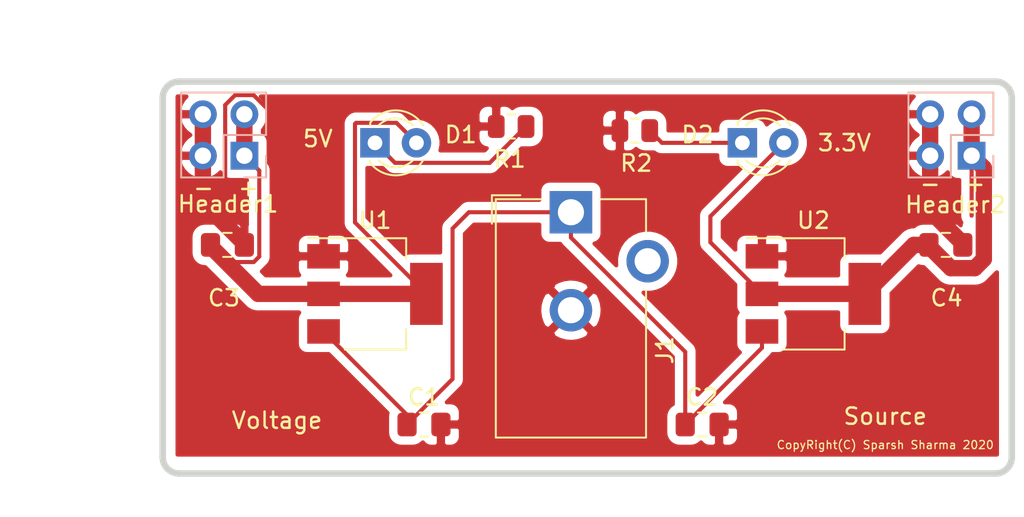
<source format=kicad_pcb>
(kicad_pcb (version 20171130) (host pcbnew "(5.1.8)-1")

  (general
    (thickness 1.6)
    (drawings 20)
    (tracks 60)
    (zones 0)
    (modules 13)
    (nets 7)
  )

  (page A4)
  (layers
    (0 F.Cu signal)
    (31 B.Cu signal)
    (32 B.Adhes user)
    (33 F.Adhes user)
    (34 B.Paste user)
    (35 F.Paste user)
    (36 B.SilkS user)
    (37 F.SilkS user)
    (38 B.Mask user)
    (39 F.Mask user)
    (40 Dwgs.User user)
    (41 Cmts.User user)
    (42 Eco1.User user)
    (43 Eco2.User user)
    (44 Edge.Cuts user)
    (45 Margin user)
    (46 B.CrtYd user)
    (47 F.CrtYd user)
    (48 B.Fab user)
    (49 F.Fab user)
  )

  (setup
    (last_trace_width 0.3)
    (trace_clearance 0.2)
    (zone_clearance 0.508)
    (zone_45_only no)
    (trace_min 0.2)
    (via_size 0.8)
    (via_drill 0.4)
    (via_min_size 0.4)
    (via_min_drill 0.3)
    (blind_buried_vias_allowed yes)
    (uvia_size 0.3)
    (uvia_drill 0.1)
    (uvias_allowed yes)
    (uvia_min_size 0.2)
    (uvia_min_drill 0.1)
    (edge_width 0.05)
    (segment_width 0.1524)
    (pcb_text_width 0.3)
    (pcb_text_size 1.5 1.5)
    (mod_edge_width 0.12)
    (mod_text_size 1 1)
    (mod_text_width 0.15)
    (pad_size 1.524 1.524)
    (pad_drill 0.762)
    (pad_to_mask_clearance 0.1)
    (solder_mask_min_width 0.3)
    (aux_axis_origin 0 0)
    (visible_elements 7FFFFFFF)
    (pcbplotparams
      (layerselection 0x010fc_ffffffff)
      (usegerberextensions false)
      (usegerberattributes true)
      (usegerberadvancedattributes true)
      (creategerberjobfile true)
      (excludeedgelayer true)
      (linewidth 0.100000)
      (plotframeref false)
      (viasonmask false)
      (mode 1)
      (useauxorigin false)
      (hpglpennumber 1)
      (hpglpenspeed 20)
      (hpglpendiameter 15.000000)
      (psnegative false)
      (psa4output false)
      (plotreference true)
      (plotvalue true)
      (plotinvisibletext false)
      (padsonsilk false)
      (subtractmaskfromsilk false)
      (outputformat 1)
      (mirror false)
      (drillshape 1)
      (scaleselection 1)
      (outputdirectory ""))
  )

  (net 0 "")
  (net 1 GND)
  (net 2 "Net-(C1-Pad1)")
  (net 3 "Net-(C3-Pad1)")
  (net 4 "Net-(C4-Pad1)")
  (net 5 "Net-(D1-Pad1)")
  (net 6 "Net-(D2-Pad1)")

  (net_class Default "This is the default net class."
    (clearance 0.2)
    (trace_width 0.3)
    (via_dia 0.8)
    (via_drill 0.4)
    (uvia_dia 0.3)
    (uvia_drill 0.1)
    (add_net GND)
    (add_net "Net-(C1-Pad1)")
    (add_net "Net-(C3-Pad1)")
    (add_net "Net-(C4-Pad1)")
    (add_net "Net-(D1-Pad1)")
    (add_net "Net-(D2-Pad1)")
  )

  (module Package_TO_SOT_SMD:SOT-223-3_TabPin2 (layer F.Cu) (tedit 5A02FF57) (tstamp 5FB3FAAA)
    (at 164.85 76)
    (descr "module CMS SOT223 4 pins")
    (tags "CMS SOT")
    (path /5FB49A49)
    (attr smd)
    (fp_text reference U2 (at 0 -4.5) (layer F.SilkS)
      (effects (font (size 1 1) (thickness 0.15)))
    )
    (fp_text value 3.3V (at 0 4.5) (layer F.Fab)
      (effects (font (size 1 1) (thickness 0.15)))
    )
    (fp_line (start 1.85 -3.35) (end 1.85 3.35) (layer F.Fab) (width 0.1))
    (fp_line (start -1.85 3.35) (end 1.85 3.35) (layer F.Fab) (width 0.1))
    (fp_line (start -4.1 -3.41) (end 1.91 -3.41) (layer F.SilkS) (width 0.12))
    (fp_line (start -0.85 -3.35) (end 1.85 -3.35) (layer F.Fab) (width 0.1))
    (fp_line (start -1.85 3.41) (end 1.91 3.41) (layer F.SilkS) (width 0.12))
    (fp_line (start -1.85 -2.35) (end -1.85 3.35) (layer F.Fab) (width 0.1))
    (fp_line (start -1.85 -2.35) (end -0.85 -3.35) (layer F.Fab) (width 0.1))
    (fp_line (start -4.4 -3.6) (end -4.4 3.6) (layer F.CrtYd) (width 0.05))
    (fp_line (start -4.4 3.6) (end 4.4 3.6) (layer F.CrtYd) (width 0.05))
    (fp_line (start 4.4 3.6) (end 4.4 -3.6) (layer F.CrtYd) (width 0.05))
    (fp_line (start 4.4 -3.6) (end -4.4 -3.6) (layer F.CrtYd) (width 0.05))
    (fp_line (start 1.91 -3.41) (end 1.91 -2.15) (layer F.SilkS) (width 0.12))
    (fp_line (start 1.91 3.41) (end 1.91 2.15) (layer F.SilkS) (width 0.12))
    (fp_text user %R (at 0.13 -0.02 90) (layer F.Fab)
      (effects (font (size 0.8 0.8) (thickness 0.12)))
    )
    (pad 1 smd rect (at -3.15 -2.3) (size 2 1.5) (layers F.Cu F.Paste F.Mask)
      (net 1 GND))
    (pad 3 smd rect (at -3.15 2.3) (size 2 1.5) (layers F.Cu F.Paste F.Mask)
      (net 2 "Net-(C1-Pad1)"))
    (pad 2 smd rect (at -3.15 0) (size 2 1.5) (layers F.Cu F.Paste F.Mask)
      (net 4 "Net-(C4-Pad1)"))
    (pad 2 smd rect (at 3.15 0) (size 2 3.8) (layers F.Cu F.Paste F.Mask)
      (net 4 "Net-(C4-Pad1)"))
    (model ${KISYS3DMOD}/Package_TO_SOT_SMD.3dshapes/SOT-223.wrl
      (at (xyz 0 0 0))
      (scale (xyz 1 1 1))
      (rotate (xyz 0 0 0))
    )
  )

  (module Package_TO_SOT_SMD:SOT-223-3_TabPin2 (layer F.Cu) (tedit 5A02FF57) (tstamp 5FB40A6A)
    (at 138 76)
    (descr "module CMS SOT223 4 pins")
    (tags "CMS SOT")
    (path /5FB475C8)
    (attr smd)
    (fp_text reference U1 (at 0 -4.5) (layer F.SilkS)
      (effects (font (size 1 1) (thickness 0.15)))
    )
    (fp_text value 5V (at 0 4.5) (layer F.Fab)
      (effects (font (size 1 1) (thickness 0.15)))
    )
    (fp_line (start 1.85 -3.35) (end 1.85 3.35) (layer F.Fab) (width 0.1))
    (fp_line (start -1.85 3.35) (end 1.85 3.35) (layer F.Fab) (width 0.1))
    (fp_line (start -4.1 -3.41) (end 1.91 -3.41) (layer F.SilkS) (width 0.12))
    (fp_line (start -0.85 -3.35) (end 1.85 -3.35) (layer F.Fab) (width 0.1))
    (fp_line (start -1.85 3.41) (end 1.91 3.41) (layer F.SilkS) (width 0.12))
    (fp_line (start -1.85 -2.35) (end -1.85 3.35) (layer F.Fab) (width 0.1))
    (fp_line (start -1.85 -2.35) (end -0.85 -3.35) (layer F.Fab) (width 0.1))
    (fp_line (start -4.4 -3.6) (end -4.4 3.6) (layer F.CrtYd) (width 0.05))
    (fp_line (start -4.4 3.6) (end 4.4 3.6) (layer F.CrtYd) (width 0.05))
    (fp_line (start 4.4 3.6) (end 4.4 -3.6) (layer F.CrtYd) (width 0.05))
    (fp_line (start 4.4 -3.6) (end -4.4 -3.6) (layer F.CrtYd) (width 0.05))
    (fp_line (start 1.91 -3.41) (end 1.91 -2.15) (layer F.SilkS) (width 0.12))
    (fp_line (start 1.91 3.41) (end 1.91 2.15) (layer F.SilkS) (width 0.12))
    (fp_text user %R (at 0 0.2 90) (layer F.Fab)
      (effects (font (size 0.8 0.8) (thickness 0.12)))
    )
    (pad 1 smd rect (at -3.15 -2.3) (size 2 1.5) (layers F.Cu F.Paste F.Mask)
      (net 1 GND))
    (pad 3 smd rect (at -3.15 2.3) (size 2 1.5) (layers F.Cu F.Paste F.Mask)
      (net 2 "Net-(C1-Pad1)"))
    (pad 2 smd rect (at -3.15 0) (size 2 1.5) (layers F.Cu F.Paste F.Mask)
      (net 3 "Net-(C3-Pad1)"))
    (pad 2 smd rect (at 3.15 0) (size 2 3.8) (layers F.Cu F.Paste F.Mask)
      (net 3 "Net-(C3-Pad1)"))
    (model ${KISYS3DMOD}/Package_TO_SOT_SMD.3dshapes/SOT-223.wrl
      (at (xyz 0 0 0))
      (scale (xyz 1 1 1))
      (rotate (xyz 0 0 0))
    )
  )

  (module Resistor_SMD:R_0805_2012Metric (layer F.Cu) (tedit 5F68FEEE) (tstamp 5FB3FA7E)
    (at 153.9125 66)
    (descr "Resistor SMD 0805 (2012 Metric), square (rectangular) end terminal, IPC_7351 nominal, (Body size source: IPC-SM-782 page 72, https://www.pcb-3d.com/wordpress/wp-content/uploads/ipc-sm-782a_amendment_1_and_2.pdf), generated with kicad-footprint-generator")
    (tags resistor)
    (path /5FB92DFA)
    (attr smd)
    (fp_text reference R2 (at 0.0875 2) (layer F.SilkS)
      (effects (font (size 1 1) (thickness 0.15)))
    )
    (fp_text value 1K (at 0 1.65) (layer F.Fab)
      (effects (font (size 1 1) (thickness 0.15)))
    )
    (fp_line (start 1.68 0.95) (end -1.68 0.95) (layer F.CrtYd) (width 0.05))
    (fp_line (start 1.68 -0.95) (end 1.68 0.95) (layer F.CrtYd) (width 0.05))
    (fp_line (start -1.68 -0.95) (end 1.68 -0.95) (layer F.CrtYd) (width 0.05))
    (fp_line (start -1.68 0.95) (end -1.68 -0.95) (layer F.CrtYd) (width 0.05))
    (fp_line (start -0.227064 0.735) (end 0.227064 0.735) (layer F.SilkS) (width 0.12))
    (fp_line (start -0.227064 -0.735) (end 0.227064 -0.735) (layer F.SilkS) (width 0.12))
    (fp_line (start 1 0.625) (end -1 0.625) (layer F.Fab) (width 0.1))
    (fp_line (start 1 -0.625) (end 1 0.625) (layer F.Fab) (width 0.1))
    (fp_line (start -1 -0.625) (end 1 -0.625) (layer F.Fab) (width 0.1))
    (fp_line (start -1 0.625) (end -1 -0.625) (layer F.Fab) (width 0.1))
    (fp_text user %R (at 0 0) (layer F.Fab)
      (effects (font (size 0.5 0.5) (thickness 0.08)))
    )
    (pad 2 smd roundrect (at 0.9125 0) (size 1.025 1.4) (layers F.Cu F.Paste F.Mask) (roundrect_rratio 0.243902)
      (net 6 "Net-(D2-Pad1)"))
    (pad 1 smd roundrect (at -0.9125 0) (size 1.025 1.4) (layers F.Cu F.Paste F.Mask) (roundrect_rratio 0.243902)
      (net 1 GND))
    (model ${KISYS3DMOD}/Resistor_SMD.3dshapes/R_0805_2012Metric.wrl
      (at (xyz 0 0 0))
      (scale (xyz 1 1 1))
      (rotate (xyz 0 0 0))
    )
  )

  (module Resistor_SMD:R_0805_2012Metric (layer F.Cu) (tedit 5F68FEEE) (tstamp 5FB3FA6D)
    (at 146.3375 65.75)
    (descr "Resistor SMD 0805 (2012 Metric), square (rectangular) end terminal, IPC_7351 nominal, (Body size source: IPC-SM-782 page 72, https://www.pcb-3d.com/wordpress/wp-content/uploads/ipc-sm-782a_amendment_1_and_2.pdf), generated with kicad-footprint-generator")
    (tags resistor)
    (path /5FB8B442)
    (attr smd)
    (fp_text reference R1 (at -0.0875 2) (layer F.SilkS)
      (effects (font (size 1 1) (thickness 0.15)))
    )
    (fp_text value 1K (at 0 1.65) (layer F.Fab)
      (effects (font (size 1 1) (thickness 0.15)))
    )
    (fp_line (start 1.68 0.95) (end -1.68 0.95) (layer F.CrtYd) (width 0.05))
    (fp_line (start 1.68 -0.95) (end 1.68 0.95) (layer F.CrtYd) (width 0.05))
    (fp_line (start -1.68 -0.95) (end 1.68 -0.95) (layer F.CrtYd) (width 0.05))
    (fp_line (start -1.68 0.95) (end -1.68 -0.95) (layer F.CrtYd) (width 0.05))
    (fp_line (start -0.227064 0.735) (end 0.227064 0.735) (layer F.SilkS) (width 0.12))
    (fp_line (start -0.227064 -0.735) (end 0.227064 -0.735) (layer F.SilkS) (width 0.12))
    (fp_line (start 1 0.625) (end -1 0.625) (layer F.Fab) (width 0.1))
    (fp_line (start 1 -0.625) (end 1 0.625) (layer F.Fab) (width 0.1))
    (fp_line (start -1 -0.625) (end 1 -0.625) (layer F.Fab) (width 0.1))
    (fp_line (start -1 0.625) (end -1 -0.625) (layer F.Fab) (width 0.1))
    (fp_text user %R (at 0 0) (layer F.Fab)
      (effects (font (size 0.5 0.5) (thickness 0.08)))
    )
    (pad 2 smd roundrect (at 0.9125 0) (size 1.025 1.4) (layers F.Cu F.Paste F.Mask) (roundrect_rratio 0.243902)
      (net 5 "Net-(D1-Pad1)"))
    (pad 1 smd roundrect (at -0.9125 0) (size 1.025 1.4) (layers F.Cu F.Paste F.Mask) (roundrect_rratio 0.243902)
      (net 1 GND))
    (model ${KISYS3DMOD}/Resistor_SMD.3dshapes/R_0805_2012Metric.wrl
      (at (xyz 0 0 0))
      (scale (xyz 1 1 1))
      (rotate (xyz 0 0 0))
    )
  )

  (module Connector_BarrelJack:BarrelJack_CUI_PJ-102AH_Horizontal (layer F.Cu) (tedit 5A1DBF38) (tstamp 5FB3FA5C)
    (at 150 71)
    (descr "Thin-pin DC Barrel Jack, https://cdn-shop.adafruit.com/datasheets/21mmdcjackDatasheet.pdf")
    (tags "Power Jack")
    (path /5FB46792)
    (fp_text reference J1 (at 5.75 8.45 90) (layer F.SilkS)
      (effects (font (size 1 1) (thickness 0.15)))
    )
    (fp_text value Barrel_Jack (at -5.5 6.2 90) (layer F.Fab)
      (effects (font (size 1 1) (thickness 0.15)))
    )
    (fp_line (start -4.5 10.2) (end 4.5 10.2) (layer F.Fab) (width 0.1))
    (fp_line (start -3.5 -0.7) (end 4.5 -0.7) (layer F.Fab) (width 0.1))
    (fp_line (start -4.5 0.3) (end -3.5 -0.7) (layer F.Fab) (width 0.1))
    (fp_line (start -4.5 13.7) (end -4.5 0.3) (layer F.Fab) (width 0.1))
    (fp_line (start 4.5 13.7) (end -4.5 13.7) (layer F.Fab) (width 0.1))
    (fp_line (start 4.5 -0.7) (end 4.5 13.7) (layer F.Fab) (width 0.1))
    (fp_line (start -4.84 -1.04) (end -3.1 -1.04) (layer F.SilkS) (width 0.12))
    (fp_line (start -4.84 0.7) (end -4.84 -1.04) (layer F.SilkS) (width 0.12))
    (fp_line (start 4.6 -0.8) (end 4.6 1.2) (layer F.SilkS) (width 0.12))
    (fp_line (start 1.8 -0.8) (end 4.6 -0.8) (layer F.SilkS) (width 0.12))
    (fp_line (start -4.6 -0.8) (end -1.8 -0.8) (layer F.SilkS) (width 0.12))
    (fp_line (start -4.6 13.8) (end -4.6 -0.8) (layer F.SilkS) (width 0.12))
    (fp_line (start 4.6 13.8) (end -4.6 13.8) (layer F.SilkS) (width 0.12))
    (fp_line (start 4.6 4.8) (end 4.6 13.8) (layer F.SilkS) (width 0.12))
    (fp_line (start -1.8 -1.8) (end 1.8 -1.8) (layer F.CrtYd) (width 0.05))
    (fp_line (start -1.8 -1.2) (end -1.8 -1.8) (layer F.CrtYd) (width 0.05))
    (fp_line (start -5 -1.2) (end -1.8 -1.2) (layer F.CrtYd) (width 0.05))
    (fp_line (start -5 14.2) (end -5 -1.2) (layer F.CrtYd) (width 0.05))
    (fp_line (start 5 14.2) (end -5 14.2) (layer F.CrtYd) (width 0.05))
    (fp_line (start 5 4.8) (end 5 14.2) (layer F.CrtYd) (width 0.05))
    (fp_line (start 6.5 4.8) (end 5 4.8) (layer F.CrtYd) (width 0.05))
    (fp_line (start 6.5 1.2) (end 6.5 4.8) (layer F.CrtYd) (width 0.05))
    (fp_line (start 5 1.2) (end 6.5 1.2) (layer F.CrtYd) (width 0.05))
    (fp_line (start 5 -1.2) (end 5 1.2) (layer F.CrtYd) (width 0.05))
    (fp_line (start 1.8 -1.2) (end 5 -1.2) (layer F.CrtYd) (width 0.05))
    (fp_line (start 1.8 -1.8) (end 1.8 -1.2) (layer F.CrtYd) (width 0.05))
    (fp_text user %R (at 0 6.5) (layer F.Fab)
      (effects (font (size 1 1) (thickness 0.15)))
    )
    (pad 3 thru_hole circle (at 4.7 3) (size 2.6 2.6) (drill 1.6) (layers *.Cu *.Mask))
    (pad 2 thru_hole circle (at 0 6) (size 2.6 2.6) (drill 1.6) (layers *.Cu *.Mask)
      (net 1 GND))
    (pad 1 thru_hole rect (at 0 0) (size 2.6 2.6) (drill 1.6) (layers *.Cu *.Mask)
      (net 2 "Net-(C1-Pad1)"))
    (model ${KISYS3DMOD}/Connector_BarrelJack.3dshapes/BarrelJack_CUI_PJ-102AH_Horizontal.wrl
      (at (xyz 0 0 0))
      (scale (xyz 1 1 1))
      (rotate (xyz 0 0 0))
    )
  )

  (module Connector_PinHeader_2.54mm:PinHeader_2x02_P2.54mm_Vertical (layer B.Cu) (tedit 59FED5CC) (tstamp 5FB3FA3A)
    (at 174.54 67.54 90)
    (descr "Through hole straight pin header, 2x02, 2.54mm pitch, double rows")
    (tags "Through hole pin header THT 2x02 2.54mm double row")
    (path /5FB7671D)
    (fp_text reference Header2 (at -3 -1) (layer F.SilkS)
      (effects (font (size 1 1) (thickness 0.15)))
    )
    (fp_text value Conn_02x02_Odd_Even (at -4.71 -5.04 90) (layer F.Fab)
      (effects (font (size 1 1) (thickness 0.15)))
    )
    (fp_line (start 4.35 1.8) (end -1.8 1.8) (layer B.CrtYd) (width 0.05))
    (fp_line (start 4.35 -4.35) (end 4.35 1.8) (layer B.CrtYd) (width 0.05))
    (fp_line (start -1.8 -4.35) (end 4.35 -4.35) (layer B.CrtYd) (width 0.05))
    (fp_line (start -1.8 1.8) (end -1.8 -4.35) (layer B.CrtYd) (width 0.05))
    (fp_line (start -1.33 1.33) (end 0 1.33) (layer B.SilkS) (width 0.12))
    (fp_line (start -1.33 0) (end -1.33 1.33) (layer B.SilkS) (width 0.12))
    (fp_line (start 1.27 1.33) (end 3.87 1.33) (layer B.SilkS) (width 0.12))
    (fp_line (start 1.27 -1.27) (end 1.27 1.33) (layer B.SilkS) (width 0.12))
    (fp_line (start -1.33 -1.27) (end 1.27 -1.27) (layer B.SilkS) (width 0.12))
    (fp_line (start 3.87 1.33) (end 3.87 -3.87) (layer B.SilkS) (width 0.12))
    (fp_line (start -1.33 -1.27) (end -1.33 -3.87) (layer B.SilkS) (width 0.12))
    (fp_line (start -1.33 -3.87) (end 3.87 -3.87) (layer B.SilkS) (width 0.12))
    (fp_line (start -1.27 0) (end 0 1.27) (layer B.Fab) (width 0.1))
    (fp_line (start -1.27 -3.81) (end -1.27 0) (layer B.Fab) (width 0.1))
    (fp_line (start 3.81 -3.81) (end -1.27 -3.81) (layer B.Fab) (width 0.1))
    (fp_line (start 3.81 1.27) (end 3.81 -3.81) (layer B.Fab) (width 0.1))
    (fp_line (start 0 1.27) (end 3.81 1.27) (layer B.Fab) (width 0.1))
    (pad 4 thru_hole oval (at 2.54 -2.54 90) (size 1.7 1.7) (drill 1) (layers *.Cu *.Mask)
      (net 1 GND))
    (pad 3 thru_hole oval (at 0 -2.54 90) (size 1.7 1.7) (drill 1) (layers *.Cu *.Mask)
      (net 1 GND))
    (pad 2 thru_hole oval (at 2.54 0 90) (size 1.7 1.7) (drill 1) (layers *.Cu *.Mask)
      (net 4 "Net-(C4-Pad1)"))
    (pad 1 thru_hole rect (at 0 0 90) (size 1.7 1.7) (drill 1) (layers *.Cu *.Mask)
      (net 4 "Net-(C4-Pad1)"))
    (model ${KISYS3DMOD}/Connector_PinHeader_2.54mm.3dshapes/PinHeader_2x02_P2.54mm_Vertical.wrl
      (at (xyz 0 0 0))
      (scale (xyz 1 1 1))
      (rotate (xyz 0 0 0))
    )
  )

  (module Connector_PinHeader_2.54mm:PinHeader_2x02_P2.54mm_Vertical (layer B.Cu) (tedit 59FED5CC) (tstamp 5FB406FF)
    (at 130 67.54 90)
    (descr "Through hole straight pin header, 2x02, 2.54mm pitch, double rows")
    (tags "Through hole pin header THT 2x02 2.54mm double row")
    (path /5FB7522C)
    (fp_text reference Header1 (at -2.96 -1) (layer F.SilkS)
      (effects (font (size 1 1) (thickness 0.15)))
    )
    (fp_text value Conn_02x02_Odd_Even (at -4.71 2.5 90) (layer F.Fab)
      (effects (font (size 1 1) (thickness 0.15)))
    )
    (fp_line (start 4.35 1.8) (end -1.8 1.8) (layer B.CrtYd) (width 0.05))
    (fp_line (start 4.35 -4.35) (end 4.35 1.8) (layer B.CrtYd) (width 0.05))
    (fp_line (start -1.8 -4.35) (end 4.35 -4.35) (layer B.CrtYd) (width 0.05))
    (fp_line (start -1.8 1.8) (end -1.8 -4.35) (layer B.CrtYd) (width 0.05))
    (fp_line (start -1.33 1.33) (end 0 1.33) (layer B.SilkS) (width 0.12))
    (fp_line (start -1.33 0) (end -1.33 1.33) (layer B.SilkS) (width 0.12))
    (fp_line (start 1.27 1.33) (end 3.87 1.33) (layer B.SilkS) (width 0.12))
    (fp_line (start 1.27 -1.27) (end 1.27 1.33) (layer B.SilkS) (width 0.12))
    (fp_line (start -1.33 -1.27) (end 1.27 -1.27) (layer B.SilkS) (width 0.12))
    (fp_line (start 3.87 1.33) (end 3.87 -3.87) (layer B.SilkS) (width 0.12))
    (fp_line (start -1.33 -1.27) (end -1.33 -3.87) (layer B.SilkS) (width 0.12))
    (fp_line (start -1.33 -3.87) (end 3.87 -3.87) (layer B.SilkS) (width 0.12))
    (fp_line (start -1.27 0) (end 0 1.27) (layer B.Fab) (width 0.1))
    (fp_line (start -1.27 -3.81) (end -1.27 0) (layer B.Fab) (width 0.1))
    (fp_line (start 3.81 -3.81) (end -1.27 -3.81) (layer B.Fab) (width 0.1))
    (fp_line (start 3.81 1.27) (end 3.81 -3.81) (layer B.Fab) (width 0.1))
    (fp_line (start 0 1.27) (end 3.81 1.27) (layer B.Fab) (width 0.1))
    (pad 4 thru_hole oval (at 2.54 -2.54 90) (size 1.7 1.7) (drill 1) (layers *.Cu *.Mask)
      (net 1 GND))
    (pad 3 thru_hole oval (at 0 -2.54 90) (size 1.7 1.7) (drill 1) (layers *.Cu *.Mask)
      (net 1 GND))
    (pad 2 thru_hole oval (at 2.54 0 90) (size 1.7 1.7) (drill 1) (layers *.Cu *.Mask)
      (net 3 "Net-(C3-Pad1)"))
    (pad 1 thru_hole rect (at 0 0 90) (size 1.7 1.7) (drill 1) (layers *.Cu *.Mask)
      (net 3 "Net-(C3-Pad1)"))
    (model ${KISYS3DMOD}/Connector_PinHeader_2.54mm.3dshapes/PinHeader_2x02_P2.54mm_Vertical.wrl
      (at (xyz 0 0 0))
      (scale (xyz 1 1 1))
      (rotate (xyz 0 0 0))
    )
  )

  (module LED_THT:LED_D3.0mm (layer F.Cu) (tedit 587A3A7B) (tstamp 5FB3FA06)
    (at 160.5 66.75)
    (descr "LED, diameter 3.0mm, 2 pins")
    (tags "LED diameter 3.0mm 2 pins")
    (path /5FB3B609)
    (fp_text reference D2 (at -2.75 -0.5) (layer F.SilkS)
      (effects (font (size 1 1) (thickness 0.15)))
    )
    (fp_text value LED (at 1.27 2.96) (layer F.Fab)
      (effects (font (size 1 1) (thickness 0.15)))
    )
    (fp_line (start 3.7 -2.25) (end -1.15 -2.25) (layer F.CrtYd) (width 0.05))
    (fp_line (start 3.7 2.25) (end 3.7 -2.25) (layer F.CrtYd) (width 0.05))
    (fp_line (start -1.15 2.25) (end 3.7 2.25) (layer F.CrtYd) (width 0.05))
    (fp_line (start -1.15 -2.25) (end -1.15 2.25) (layer F.CrtYd) (width 0.05))
    (fp_line (start -0.29 1.08) (end -0.29 1.236) (layer F.SilkS) (width 0.12))
    (fp_line (start -0.29 -1.236) (end -0.29 -1.08) (layer F.SilkS) (width 0.12))
    (fp_line (start -0.23 -1.16619) (end -0.23 1.16619) (layer F.Fab) (width 0.1))
    (fp_circle (center 1.27 0) (end 2.77 0) (layer F.Fab) (width 0.1))
    (fp_arc (start 1.27 0) (end 0.229039 1.08) (angle -87.9) (layer F.SilkS) (width 0.12))
    (fp_arc (start 1.27 0) (end 0.229039 -1.08) (angle 87.9) (layer F.SilkS) (width 0.12))
    (fp_arc (start 1.27 0) (end -0.29 1.235516) (angle -108.8) (layer F.SilkS) (width 0.12))
    (fp_arc (start 1.27 0) (end -0.29 -1.235516) (angle 108.8) (layer F.SilkS) (width 0.12))
    (fp_arc (start 1.27 0) (end -0.23 -1.16619) (angle 284.3) (layer F.Fab) (width 0.1))
    (pad 2 thru_hole circle (at 2.54 0) (size 1.8 1.8) (drill 0.9) (layers *.Cu *.Mask)
      (net 4 "Net-(C4-Pad1)"))
    (pad 1 thru_hole rect (at 0 0) (size 1.8 1.8) (drill 0.9) (layers *.Cu *.Mask)
      (net 6 "Net-(D2-Pad1)"))
    (model ${KISYS3DMOD}/LED_THT.3dshapes/LED_D3.0mm.wrl
      (at (xyz 0 0 0))
      (scale (xyz 1 1 1))
      (rotate (xyz 0 0 0))
    )
  )

  (module LED_THT:LED_D3.0mm (layer F.Cu) (tedit 587A3A7B) (tstamp 5FB3F9F3)
    (at 138 66.75)
    (descr "LED, diameter 3.0mm, 2 pins")
    (tags "LED diameter 3.0mm 2 pins")
    (path /5FB68A72)
    (fp_text reference D1 (at 5.25 -0.5) (layer F.SilkS)
      (effects (font (size 1 1) (thickness 0.15)))
    )
    (fp_text value LED (at 1.27 2.96) (layer F.Fab)
      (effects (font (size 1 1) (thickness 0.15)))
    )
    (fp_line (start 3.7 -2.25) (end -1.15 -2.25) (layer F.CrtYd) (width 0.05))
    (fp_line (start 3.7 2.25) (end 3.7 -2.25) (layer F.CrtYd) (width 0.05))
    (fp_line (start -1.15 2.25) (end 3.7 2.25) (layer F.CrtYd) (width 0.05))
    (fp_line (start -1.15 -2.25) (end -1.15 2.25) (layer F.CrtYd) (width 0.05))
    (fp_line (start -0.29 1.08) (end -0.29 1.236) (layer F.SilkS) (width 0.12))
    (fp_line (start -0.29 -1.236) (end -0.29 -1.08) (layer F.SilkS) (width 0.12))
    (fp_line (start -0.23 -1.16619) (end -0.23 1.16619) (layer F.Fab) (width 0.1))
    (fp_circle (center 1.27 0) (end 2.77 0) (layer F.Fab) (width 0.1))
    (fp_arc (start 1.27 0) (end 0.229039 1.08) (angle -87.9) (layer F.SilkS) (width 0.12))
    (fp_arc (start 1.27 0) (end 0.229039 -1.08) (angle 87.9) (layer F.SilkS) (width 0.12))
    (fp_arc (start 1.27 0) (end -0.29 1.235516) (angle -108.8) (layer F.SilkS) (width 0.12))
    (fp_arc (start 1.27 0) (end -0.29 -1.235516) (angle 108.8) (layer F.SilkS) (width 0.12))
    (fp_arc (start 1.27 0) (end -0.23 -1.16619) (angle 284.3) (layer F.Fab) (width 0.1))
    (pad 2 thru_hole circle (at 2.54 0) (size 1.8 1.8) (drill 0.9) (layers *.Cu *.Mask)
      (net 3 "Net-(C3-Pad1)"))
    (pad 1 thru_hole rect (at 0 0) (size 1.8 1.8) (drill 0.9) (layers *.Cu *.Mask)
      (net 5 "Net-(D1-Pad1)"))
    (model ${KISYS3DMOD}/LED_THT.3dshapes/LED_D3.0mm.wrl
      (at (xyz 0 0 0))
      (scale (xyz 1 1 1))
      (rotate (xyz 0 0 0))
    )
  )

  (module Capacitor_SMD:C_0805_2012Metric_Pad1.18x1.45mm_HandSolder (layer F.Cu) (tedit 5F68FEEF) (tstamp 5FB3F9E0)
    (at 172.9625 73)
    (descr "Capacitor SMD 0805 (2012 Metric), square (rectangular) end terminal, IPC_7351 nominal with elongated pad for handsoldering. (Body size source: IPC-SM-782 page 76, https://www.pcb-3d.com/wordpress/wp-content/uploads/ipc-sm-782a_amendment_1_and_2.pdf, https://docs.google.com/spreadsheets/d/1BsfQQcO9C6DZCsRaXUlFlo91Tg2WpOkGARC1WS5S8t0/edit?usp=sharing), generated with kicad-footprint-generator")
    (tags "capacitor handsolder")
    (path /5FB4C09A)
    (attr smd)
    (fp_text reference C4 (at 0.0375 3.25) (layer F.SilkS)
      (effects (font (size 1 1) (thickness 0.15)))
    )
    (fp_text value 22uF (at 0 1.68) (layer F.Fab)
      (effects (font (size 1 1) (thickness 0.15)))
    )
    (fp_line (start 1.88 0.98) (end -1.88 0.98) (layer F.CrtYd) (width 0.05))
    (fp_line (start 1.88 -0.98) (end 1.88 0.98) (layer F.CrtYd) (width 0.05))
    (fp_line (start -1.88 -0.98) (end 1.88 -0.98) (layer F.CrtYd) (width 0.05))
    (fp_line (start -1.88 0.98) (end -1.88 -0.98) (layer F.CrtYd) (width 0.05))
    (fp_line (start -0.261252 0.735) (end 0.261252 0.735) (layer F.SilkS) (width 0.12))
    (fp_line (start -0.261252 -0.735) (end 0.261252 -0.735) (layer F.SilkS) (width 0.12))
    (fp_line (start 1 0.625) (end -1 0.625) (layer F.Fab) (width 0.1))
    (fp_line (start 1 -0.625) (end 1 0.625) (layer F.Fab) (width 0.1))
    (fp_line (start -1 -0.625) (end 1 -0.625) (layer F.Fab) (width 0.1))
    (fp_line (start -1 0.625) (end -1 -0.625) (layer F.Fab) (width 0.1))
    (fp_text user %R (at 0 0) (layer F.Fab)
      (effects (font (size 0.5 0.5) (thickness 0.08)))
    )
    (pad 2 smd roundrect (at 1.0375 0) (size 1.175 1.45) (layers F.Cu F.Paste F.Mask) (roundrect_rratio 0.212766)
      (net 1 GND))
    (pad 1 smd roundrect (at -1.0375 0) (size 1.175 1.45) (layers F.Cu F.Paste F.Mask) (roundrect_rratio 0.212766)
      (net 4 "Net-(C4-Pad1)"))
    (model ${KISYS3DMOD}/Capacitor_SMD.3dshapes/C_0805_2012Metric.wrl
      (at (xyz 0 0 0))
      (scale (xyz 1 1 1))
      (rotate (xyz 0 0 0))
    )
  )

  (module Capacitor_SMD:C_0805_2012Metric_Pad1.18x1.45mm_HandSolder (layer F.Cu) (tedit 5F68FEEF) (tstamp 5FB405B0)
    (at 128.9625 73)
    (descr "Capacitor SMD 0805 (2012 Metric), square (rectangular) end terminal, IPC_7351 nominal with elongated pad for handsoldering. (Body size source: IPC-SM-782 page 76, https://www.pcb-3d.com/wordpress/wp-content/uploads/ipc-sm-782a_amendment_1_and_2.pdf, https://docs.google.com/spreadsheets/d/1BsfQQcO9C6DZCsRaXUlFlo91Tg2WpOkGARC1WS5S8t0/edit?usp=sharing), generated with kicad-footprint-generator")
    (tags "capacitor handsolder")
    (path /5FB4B8AB)
    (attr smd)
    (fp_text reference C3 (at -0.2125 3.25) (layer F.SilkS)
      (effects (font (size 1 1) (thickness 0.15)))
    )
    (fp_text value 22uF (at 0 1.68) (layer F.Fab)
      (effects (font (size 1 1) (thickness 0.15)))
    )
    (fp_line (start 1.88 0.98) (end -1.88 0.98) (layer F.CrtYd) (width 0.05))
    (fp_line (start 1.88 -0.98) (end 1.88 0.98) (layer F.CrtYd) (width 0.05))
    (fp_line (start -1.88 -0.98) (end 1.88 -0.98) (layer F.CrtYd) (width 0.05))
    (fp_line (start -1.88 0.98) (end -1.88 -0.98) (layer F.CrtYd) (width 0.05))
    (fp_line (start -0.261252 0.735) (end 0.261252 0.735) (layer F.SilkS) (width 0.12))
    (fp_line (start -0.261252 -0.735) (end 0.261252 -0.735) (layer F.SilkS) (width 0.12))
    (fp_line (start 1 0.625) (end -1 0.625) (layer F.Fab) (width 0.1))
    (fp_line (start 1 -0.625) (end 1 0.625) (layer F.Fab) (width 0.1))
    (fp_line (start -1 -0.625) (end 1 -0.625) (layer F.Fab) (width 0.1))
    (fp_line (start -1 0.625) (end -1 -0.625) (layer F.Fab) (width 0.1))
    (fp_text user %R (at 0 0) (layer F.Fab)
      (effects (font (size 0.5 0.5) (thickness 0.08)))
    )
    (pad 2 smd roundrect (at 1.0375 0) (size 1.175 1.45) (layers F.Cu F.Paste F.Mask) (roundrect_rratio 0.212766)
      (net 1 GND))
    (pad 1 smd roundrect (at -1.0375 0) (size 1.175 1.45) (layers F.Cu F.Paste F.Mask) (roundrect_rratio 0.212766)
      (net 3 "Net-(C3-Pad1)"))
    (model ${KISYS3DMOD}/Capacitor_SMD.3dshapes/C_0805_2012Metric.wrl
      (at (xyz 0 0 0))
      (scale (xyz 1 1 1))
      (rotate (xyz 0 0 0))
    )
  )

  (module Capacitor_SMD:C_0805_2012Metric_Pad1.18x1.45mm_HandSolder (layer F.Cu) (tedit 5F68FEEF) (tstamp 5FB409D9)
    (at 158.0375 84)
    (descr "Capacitor SMD 0805 (2012 Metric), square (rectangular) end terminal, IPC_7351 nominal with elongated pad for handsoldering. (Body size source: IPC-SM-782 page 76, https://www.pcb-3d.com/wordpress/wp-content/uploads/ipc-sm-782a_amendment_1_and_2.pdf, https://docs.google.com/spreadsheets/d/1BsfQQcO9C6DZCsRaXUlFlo91Tg2WpOkGARC1WS5S8t0/edit?usp=sharing), generated with kicad-footprint-generator")
    (tags "capacitor handsolder")
    (path /5FB4B179)
    (attr smd)
    (fp_text reference C2 (at 0 -1.68) (layer F.SilkS)
      (effects (font (size 1 1) (thickness 0.15)))
    )
    (fp_text value 10uF (at 0 1.68) (layer F.Fab)
      (effects (font (size 1 1) (thickness 0.15)))
    )
    (fp_line (start 1.88 0.98) (end -1.88 0.98) (layer F.CrtYd) (width 0.05))
    (fp_line (start 1.88 -0.98) (end 1.88 0.98) (layer F.CrtYd) (width 0.05))
    (fp_line (start -1.88 -0.98) (end 1.88 -0.98) (layer F.CrtYd) (width 0.05))
    (fp_line (start -1.88 0.98) (end -1.88 -0.98) (layer F.CrtYd) (width 0.05))
    (fp_line (start -0.261252 0.735) (end 0.261252 0.735) (layer F.SilkS) (width 0.12))
    (fp_line (start -0.261252 -0.735) (end 0.261252 -0.735) (layer F.SilkS) (width 0.12))
    (fp_line (start 1 0.625) (end -1 0.625) (layer F.Fab) (width 0.1))
    (fp_line (start 1 -0.625) (end 1 0.625) (layer F.Fab) (width 0.1))
    (fp_line (start -1 -0.625) (end 1 -0.625) (layer F.Fab) (width 0.1))
    (fp_line (start -1 0.625) (end -1 -0.625) (layer F.Fab) (width 0.1))
    (fp_text user %R (at 0 0) (layer F.Fab)
      (effects (font (size 0.5 0.5) (thickness 0.08)))
    )
    (pad 2 smd roundrect (at 1.0375 0) (size 1.175 1.45) (layers F.Cu F.Paste F.Mask) (roundrect_rratio 0.212766)
      (net 1 GND))
    (pad 1 smd roundrect (at -1.0375 0) (size 1.175 1.45) (layers F.Cu F.Paste F.Mask) (roundrect_rratio 0.212766)
      (net 2 "Net-(C1-Pad1)"))
    (model ${KISYS3DMOD}/Capacitor_SMD.3dshapes/C_0805_2012Metric.wrl
      (at (xyz 0 0 0))
      (scale (xyz 1 1 1))
      (rotate (xyz 0 0 0))
    )
  )

  (module Capacitor_SMD:C_0805_2012Metric_Pad1.18x1.45mm_HandSolder (layer F.Cu) (tedit 5F68FEEF) (tstamp 5FB3F9AD)
    (at 141 84)
    (descr "Capacitor SMD 0805 (2012 Metric), square (rectangular) end terminal, IPC_7351 nominal with elongated pad for handsoldering. (Body size source: IPC-SM-782 page 76, https://www.pcb-3d.com/wordpress/wp-content/uploads/ipc-sm-782a_amendment_1_and_2.pdf, https://docs.google.com/spreadsheets/d/1BsfQQcO9C6DZCsRaXUlFlo91Tg2WpOkGARC1WS5S8t0/edit?usp=sharing), generated with kicad-footprint-generator")
    (tags "capacitor handsolder")
    (path /5FB4A78E)
    (attr smd)
    (fp_text reference C1 (at 0 -1.68) (layer F.SilkS)
      (effects (font (size 1 1) (thickness 0.15)))
    )
    (fp_text value 10uF (at 0 1.68) (layer F.Fab)
      (effects (font (size 1 1) (thickness 0.15)))
    )
    (fp_line (start 1.88 0.98) (end -1.88 0.98) (layer F.CrtYd) (width 0.05))
    (fp_line (start 1.88 -0.98) (end 1.88 0.98) (layer F.CrtYd) (width 0.05))
    (fp_line (start -1.88 -0.98) (end 1.88 -0.98) (layer F.CrtYd) (width 0.05))
    (fp_line (start -1.88 0.98) (end -1.88 -0.98) (layer F.CrtYd) (width 0.05))
    (fp_line (start -0.261252 0.735) (end 0.261252 0.735) (layer F.SilkS) (width 0.12))
    (fp_line (start -0.261252 -0.735) (end 0.261252 -0.735) (layer F.SilkS) (width 0.12))
    (fp_line (start 1 0.625) (end -1 0.625) (layer F.Fab) (width 0.1))
    (fp_line (start 1 -0.625) (end 1 0.625) (layer F.Fab) (width 0.1))
    (fp_line (start -1 -0.625) (end 1 -0.625) (layer F.Fab) (width 0.1))
    (fp_line (start -1 0.625) (end -1 -0.625) (layer F.Fab) (width 0.1))
    (fp_text user %R (at 0 0) (layer F.Fab)
      (effects (font (size 0.5 0.5) (thickness 0.08)))
    )
    (pad 2 smd roundrect (at 1.0375 0) (size 1.175 1.45) (layers F.Cu F.Paste F.Mask) (roundrect_rratio 0.212766)
      (net 1 GND))
    (pad 1 smd roundrect (at -1.0375 0) (size 1.175 1.45) (layers F.Cu F.Paste F.Mask) (roundrect_rratio 0.212766)
      (net 2 "Net-(C1-Pad1)"))
    (model ${KISYS3DMOD}/Capacitor_SMD.3dshapes/C_0805_2012Metric.wrl
      (at (xyz 0 0 0))
      (scale (xyz 1 1 1))
      (rotate (xyz 0 0 0))
    )
  )

  (gr_arc (start 126 86) (end 125 86) (angle -90) (layer Edge.Cuts) (width 0.4) (tstamp 5FB576B7))
  (gr_arc (start 176 64) (end 177 64) (angle -90) (layer Edge.Cuts) (width 0.4) (tstamp 5FB576B7))
  (gr_arc (start 176 86) (end 176 87) (angle -90) (layer Edge.Cuts) (width 0.4) (tstamp 5FB576B7))
  (gr_arc (start 126 64) (end 126 63) (angle -90) (layer Edge.Cuts) (width 0.4) (tstamp 5FB576B9))
  (dimension 24 (width 0.15) (layer Dwgs.User)
    (gr_text "0.9449 in" (at 118.7 75 270) (layer Dwgs.User)
      (effects (font (size 1 1) (thickness 0.15)))
    )
    (feature1 (pts (xy 122 87) (xy 119.413579 87)))
    (feature2 (pts (xy 122 63) (xy 119.413579 63)))
    (crossbar (pts (xy 120 63) (xy 120 87)))
    (arrow1a (pts (xy 120 87) (xy 119.413579 85.873496)))
    (arrow1b (pts (xy 120 87) (xy 120.586421 85.873496)))
    (arrow2a (pts (xy 120 63) (xy 119.413579 64.126504)))
    (arrow2b (pts (xy 120 63) (xy 120.586421 64.126504)))
  )
  (gr_text Voltage (at 132 83.75) (layer F.SilkS)
    (effects (font (size 1 1) (thickness 0.15)))
  )
  (gr_text Source (at 169.25 83.5) (layer F.SilkS)
    (effects (font (size 1 1) (thickness 0.15)))
  )
  (gr_line (start 126 63) (end 176 63) (layer Edge.Cuts) (width 0.4))
  (dimension 52 (width 0.15) (layer Dwgs.User)
    (gr_text "2.0472 in" (at 151 90.3) (layer Dwgs.User)
      (effects (font (size 1 1) (thickness 0.15)))
    )
    (feature1 (pts (xy 125 88) (xy 125 89.586421)))
    (feature2 (pts (xy 177 88) (xy 177 89.586421)))
    (crossbar (pts (xy 177 89) (xy 125 89)))
    (arrow1a (pts (xy 125 89) (xy 126.126504 88.413579)))
    (arrow1b (pts (xy 125 89) (xy 126.126504 89.586421)))
    (arrow2a (pts (xy 177 89) (xy 175.873496 88.413579)))
    (arrow2b (pts (xy 177 89) (xy 175.873496 89.586421)))
  )
  (gr_line (start 125 86) (end 125 64) (layer Edge.Cuts) (width 0.4) (tstamp 5FB56A0B))
  (gr_line (start 176 87) (end 126 87) (layer Edge.Cuts) (width 0.4))
  (gr_line (start 177 64) (end 177 86) (layer Edge.Cuts) (width 0.4))
  (gr_text "CopyRight(C) Sparsh Sharma 2020\n" (at 169.25 85.25) (layer F.SilkS)
    (effects (font (size 0.5 0.5) (thickness 0.075)))
  )
  (gr_text - (at 172 69.25) (layer F.SilkS)
    (effects (font (size 1 1) (thickness 0.15)))
  )
  (gr_text + (at 174.75 69.25) (layer F.SilkS)
    (effects (font (size 1 1) (thickness 0.15)))
  )
  (gr_text "-\n" (at 127.5 69.5) (layer F.SilkS)
    (effects (font (size 1 1) (thickness 0.15)))
  )
  (gr_text + (at 130.25 69.5) (layer F.SilkS)
    (effects (font (size 1 1) (thickness 0.15)))
  )
  (gr_text 5V (at 134.5 66.5) (layer F.SilkS)
    (effects (font (size 1 1) (thickness 0.15)))
  )
  (gr_text "3.3V\n" (at 166.75 66.75) (layer F.SilkS)
    (effects (font (size 1 1) (thickness 0.15)))
  )
  (dimension 42 (width 0.15) (layer Dwgs.User) (tstamp 5FB40220)
    (gr_text "42.000 mm" (at 151 58.7) (layer Dwgs.User) (tstamp 5FB40220)
      (effects (font (size 1 1) (thickness 0.15)))
    )
    (feature1 (pts (xy 172 64) (xy 172 59.413579)))
    (feature2 (pts (xy 130 64) (xy 130 59.413579)))
    (crossbar (pts (xy 130 60) (xy 172 60)))
    (arrow1a (pts (xy 172 60) (xy 170.873496 60.586421)))
    (arrow1b (pts (xy 172 60) (xy 170.873496 59.413579)))
    (arrow2a (pts (xy 130 60) (xy 131.126504 60.586421)))
    (arrow2b (pts (xy 130 60) (xy 131.126504 59.413579)))
  )

  (segment (start 172 65) (end 172 67.54) (width 1) (layer F.Cu) (net 1))
  (segment (start 127.46 65) (end 127.46 67.54) (width 1) (layer F.Cu) (net 1))
  (segment (start 130 72.91898) (end 130 73) (width 1) (layer F.Cu) (net 1))
  (segment (start 127.46 70.37898) (end 130 72.91898) (width 1) (layer F.Cu) (net 1))
  (segment (start 127.46 67.54) (end 127.46 70.37898) (width 1) (layer F.Cu) (net 1))
  (segment (start 174 72.91898) (end 174 73) (width 1) (layer F.Cu) (net 1))
  (segment (start 172 70.91898) (end 174 72.91898) (width 1) (layer F.Cu) (net 1))
  (segment (start 172 67.54) (end 172 70.91898) (width 1) (layer F.Cu) (net 1))
  (segment (start 128.824999 71.824999) (end 130 73) (width 0.25) (layer F.Cu) (net 1))
  (segment (start 128.824999 64.435999) (end 128.824999 71.824999) (width 0.25) (layer F.Cu) (net 1))
  (segment (start 129.435999 63.824999) (end 128.824999 64.435999) (width 0.25) (layer F.Cu) (net 1))
  (segment (start 130.564001 63.824999) (end 129.435999 63.824999) (width 0.25) (layer F.Cu) (net 1))
  (segment (start 134.85 68.110998) (end 130.564001 63.824999) (width 0.25) (layer F.Cu) (net 1))
  (segment (start 134.85 73.7) (end 134.85 68.110998) (width 0.25) (layer F.Cu) (net 1))
  (segment (start 161.7 79.3) (end 157 84) (width 0.25) (layer F.Cu) (net 2))
  (segment (start 161.7 78.3) (end 161.7 79.3) (width 0.25) (layer F.Cu) (net 2))
  (segment (start 139.9625 83.4125) (end 134.85 78.3) (width 0.25) (layer F.Cu) (net 2))
  (segment (start 139.9625 84) (end 139.9625 83.4125) (width 0.25) (layer F.Cu) (net 2))
  (segment (start 157 79.55) (end 157 84) (width 0.25) (layer F.Cu) (net 2))
  (segment (start 150 72.55) (end 157 79.55) (width 0.25) (layer F.Cu) (net 2))
  (segment (start 150 71) (end 150 72.55) (width 0.25) (layer F.Cu) (net 2))
  (segment (start 142.75 81.2125) (end 139.9625 84) (width 0.25) (layer F.Cu) (net 2))
  (segment (start 142.75 72) (end 142.75 81.2125) (width 0.25) (layer F.Cu) (net 2))
  (segment (start 150 71) (end 143.75 71) (width 0.25) (layer F.Cu) (net 2))
  (segment (start 143.75 71) (end 142.75 72) (width 0.25) (layer F.Cu) (net 2))
  (segment (start 130 65) (end 130 67.54) (width 1) (layer F.Cu) (net 3))
  (segment (start 141.15 76) (end 134.85 76) (width 1) (layer F.Cu) (net 3))
  (segment (start 127.925 73.08102) (end 127.925 73) (width 1) (layer F.Cu) (net 3))
  (segment (start 130.84398 76) (end 127.925 73.08102) (width 1) (layer F.Cu) (net 3))
  (segment (start 134.85 76) (end 130.84398 76) (width 1) (layer F.Cu) (net 3))
  (segment (start 136.774999 71.624999) (end 141.15 76) (width 0.25) (layer F.Cu) (net 3))
  (segment (start 136.774999 65.589999) (end 136.774999 71.624999) (width 0.25) (layer F.Cu) (net 3))
  (segment (start 136.839999 65.524999) (end 136.774999 65.589999) (width 0.25) (layer F.Cu) (net 3))
  (segment (start 139.314999 65.524999) (end 136.839999 65.524999) (width 0.25) (layer F.Cu) (net 3))
  (segment (start 140.54 66.75) (end 139.314999 65.524999) (width 0.25) (layer F.Cu) (net 3))
  (segment (start 130.91251 68.45251) (end 130 67.54) (width 0.25) (layer F.Cu) (net 3))
  (segment (start 130.91251 73.71318) (end 130.91251 68.45251) (width 0.25) (layer F.Cu) (net 3))
  (segment (start 130.57568 74.05001) (end 130.91251 73.71318) (width 0.25) (layer F.Cu) (net 3))
  (segment (start 128.97501 74.05001) (end 130.57568 74.05001) (width 0.25) (layer F.Cu) (net 3))
  (segment (start 127.925 73) (end 128.97501 74.05001) (width 0.25) (layer F.Cu) (net 3))
  (segment (start 174.54 67.54) (end 174.54 71.21) (width 0.25) (layer F.Cu) (net 4))
  (segment (start 174.54 65) (end 174.54 67.54) (width 1) (layer F.Cu) (net 4))
  (segment (start 173.26899 74.42501) (end 171.925 73.08102) (width 1) (layer F.Cu) (net 4))
  (segment (start 174.73101 74.42501) (end 173.26899 74.42501) (width 1) (layer F.Cu) (net 4))
  (segment (start 175.28751 73.86851) (end 174.73101 74.42501) (width 1) (layer F.Cu) (net 4))
  (segment (start 171.925 73.08102) (end 171.925 73) (width 1) (layer F.Cu) (net 4))
  (segment (start 175.28751 68.28751) (end 175.28751 73.86851) (width 1) (layer F.Cu) (net 4))
  (segment (start 174.54 67.54) (end 175.28751 68.28751) (width 1) (layer F.Cu) (net 4))
  (segment (start 171 73) (end 168 76) (width 1) (layer F.Cu) (net 4))
  (segment (start 171.925 73) (end 171 73) (width 1) (layer F.Cu) (net 4))
  (segment (start 168 76) (end 161.7 76) (width 1) (layer F.Cu) (net 4))
  (segment (start 163.04 66.75) (end 158.54 71.25) (width 0.25) (layer F.Cu) (net 4))
  (segment (start 158.54 72.84) (end 161.7 76) (width 0.25) (layer F.Cu) (net 4))
  (segment (start 158.54 71.25) (end 158.54 72.84) (width 0.25) (layer F.Cu) (net 4))
  (segment (start 163.04 67.46) (end 163.04 66.75) (width 0.25) (layer F.Cu) (net 4))
  (segment (start 145.024999 67.975001) (end 147.25 65.75) (width 0.25) (layer F.Cu) (net 5))
  (segment (start 139.225001 67.975001) (end 145.024999 67.975001) (width 0.25) (layer F.Cu) (net 5))
  (segment (start 138 66.75) (end 139.225001 67.975001) (width 0.25) (layer F.Cu) (net 5))
  (segment (start 155.575 66.75) (end 154.825 66) (width 0.25) (layer F.Cu) (net 6))
  (segment (start 160.5 66.75) (end 155.575 66.75) (width 0.25) (layer F.Cu) (net 6))

  (zone (net 1) (net_name GND) (layer F.Cu) (tstamp 5FB56162) (hatch edge 0.508)
    (connect_pads (clearance 0.508))
    (min_thickness 0.254)
    (fill yes (arc_segments 32) (thermal_gap 0.508) (thermal_bridge_width 0.508))
    (polygon
      (pts
        (xy 177.75 87.25) (xy 123.25 87.25) (xy 123.5 62.25) (xy 177.75 62.25)
      )
    )
    (filled_polygon
      (pts
        (xy 126.264822 64.118645) (xy 126.115843 64.368748) (xy 126.018519 64.643109) (xy 126.139186 64.873) (xy 127.333 64.873)
        (xy 127.333 64.853) (xy 127.587 64.853) (xy 127.587 64.873) (xy 127.607 64.873) (xy 127.607 65.127)
        (xy 127.587 65.127) (xy 127.587 67.413) (xy 127.607 67.413) (xy 127.607 67.667) (xy 127.587 67.667)
        (xy 127.587 68.860155) (xy 127.81689 68.981476) (xy 127.964099 68.936825) (xy 128.22692 68.811641) (xy 128.460269 68.637588)
        (xy 128.536034 68.553534) (xy 128.560498 68.63418) (xy 128.619463 68.744494) (xy 128.698815 68.841185) (xy 128.795506 68.920537)
        (xy 128.90582 68.979502) (xy 129.025518 69.015812) (xy 129.15 69.028072) (xy 130.152511 69.028072) (xy 130.15251 71.77324)
        (xy 130.127 71.79875) (xy 130.127 72.873) (xy 130.147 72.873) (xy 130.147 73.127) (xy 130.127 73.127)
        (xy 130.127 73.147) (xy 129.873 73.147) (xy 129.873 73.127) (xy 129.853 73.127) (xy 129.853 72.873)
        (xy 129.873 72.873) (xy 129.873 71.79875) (xy 129.71425 71.64) (xy 129.4125 71.636928) (xy 129.288018 71.649188)
        (xy 129.16832 71.685498) (xy 129.058006 71.744463) (xy 128.961315 71.823815) (xy 128.895842 71.903594) (xy 128.890462 71.897038)
        (xy 128.755886 71.786595) (xy 128.60235 71.704528) (xy 128.435754 71.653992) (xy 128.2625 71.636928) (xy 127.5875 71.636928)
        (xy 127.414246 71.653992) (xy 127.24765 71.704528) (xy 127.094114 71.786595) (xy 126.959538 71.897038) (xy 126.849095 72.031614)
        (xy 126.767028 72.18515) (xy 126.716492 72.351746) (xy 126.699428 72.525) (xy 126.699428 73.475) (xy 126.716492 73.648254)
        (xy 126.767028 73.81485) (xy 126.849095 73.968386) (xy 126.959538 74.102962) (xy 127.094114 74.213405) (xy 127.24765 74.295472)
        (xy 127.414246 74.346008) (xy 127.5875 74.363072) (xy 127.601921 74.363072) (xy 130.001989 76.763141) (xy 130.037531 76.806449)
        (xy 130.210357 76.948284) (xy 130.307112 77) (xy 130.407533 77.053676) (xy 130.62148 77.118577) (xy 130.843979 77.140491)
        (xy 130.899731 77.135) (xy 133.344499 77.135) (xy 133.356809 77.15) (xy 133.319463 77.195506) (xy 133.260498 77.30582)
        (xy 133.224188 77.425518) (xy 133.211928 77.55) (xy 133.211928 79.05) (xy 133.224188 79.174482) (xy 133.260498 79.29418)
        (xy 133.319463 79.404494) (xy 133.398815 79.501185) (xy 133.495506 79.580537) (xy 133.60582 79.639502) (xy 133.725518 79.675812)
        (xy 133.85 79.688072) (xy 135.163271 79.688072) (xy 138.770971 83.295773) (xy 138.753992 83.351746) (xy 138.736928 83.525)
        (xy 138.736928 84.475) (xy 138.753992 84.648254) (xy 138.804528 84.81485) (xy 138.886595 84.968386) (xy 138.997038 85.102962)
        (xy 139.131614 85.213405) (xy 139.28515 85.295472) (xy 139.451746 85.346008) (xy 139.625 85.363072) (xy 140.3 85.363072)
        (xy 140.473254 85.346008) (xy 140.63985 85.295472) (xy 140.793386 85.213405) (xy 140.927962 85.102962) (xy 140.933342 85.096406)
        (xy 140.998815 85.176185) (xy 141.095506 85.255537) (xy 141.20582 85.314502) (xy 141.325518 85.350812) (xy 141.45 85.363072)
        (xy 141.75175 85.36) (xy 141.9105 85.20125) (xy 141.9105 84.127) (xy 142.1645 84.127) (xy 142.1645 85.20125)
        (xy 142.32325 85.36) (xy 142.625 85.363072) (xy 142.749482 85.350812) (xy 142.86918 85.314502) (xy 142.979494 85.255537)
        (xy 143.076185 85.176185) (xy 143.155537 85.079494) (xy 143.214502 84.96918) (xy 143.250812 84.849482) (xy 143.263072 84.725)
        (xy 143.26 84.28575) (xy 143.10125 84.127) (xy 142.1645 84.127) (xy 141.9105 84.127) (xy 141.8905 84.127)
        (xy 141.8905 83.873) (xy 141.9105 83.873) (xy 141.9105 83.853) (xy 142.1645 83.853) (xy 142.1645 83.873)
        (xy 143.10125 83.873) (xy 143.26 83.71425) (xy 143.263072 83.275) (xy 143.250812 83.150518) (xy 143.214502 83.03082)
        (xy 143.155537 82.920506) (xy 143.076185 82.823815) (xy 142.979494 82.744463) (xy 142.86918 82.685498) (xy 142.749482 82.649188)
        (xy 142.625 82.636928) (xy 142.398063 82.639238) (xy 143.261003 81.776299) (xy 143.290001 81.752501) (xy 143.384974 81.636776)
        (xy 143.455546 81.504747) (xy 143.499003 81.361486) (xy 143.51 81.249833) (xy 143.51 81.249824) (xy 143.513676 81.212501)
        (xy 143.51 81.175178) (xy 143.51 78.349224) (xy 148.830381 78.349224) (xy 148.962317 78.644312) (xy 149.303045 78.815159)
        (xy 149.670557 78.91625) (xy 150.050729 78.943701) (xy 150.428951 78.896457) (xy 150.79069 78.776333) (xy 151.037683 78.644312)
        (xy 151.169619 78.349224) (xy 150 77.179605) (xy 148.830381 78.349224) (xy 143.51 78.349224) (xy 143.51 77.050729)
        (xy 148.056299 77.050729) (xy 148.103543 77.428951) (xy 148.223667 77.79069) (xy 148.355688 78.037683) (xy 148.650776 78.169619)
        (xy 149.820395 77) (xy 150.179605 77) (xy 151.349224 78.169619) (xy 151.644312 78.037683) (xy 151.815159 77.696955)
        (xy 151.91625 77.329443) (xy 151.943701 76.949271) (xy 151.896457 76.571049) (xy 151.776333 76.20931) (xy 151.644312 75.962317)
        (xy 151.349224 75.830381) (xy 150.179605 77) (xy 149.820395 77) (xy 148.650776 75.830381) (xy 148.355688 75.962317)
        (xy 148.184841 76.303045) (xy 148.08375 76.670557) (xy 148.056299 77.050729) (xy 143.51 77.050729) (xy 143.51 75.650776)
        (xy 148.830381 75.650776) (xy 150 76.820395) (xy 151.169619 75.650776) (xy 151.037683 75.355688) (xy 150.696955 75.184841)
        (xy 150.329443 75.08375) (xy 149.949271 75.056299) (xy 149.571049 75.103543) (xy 149.20931 75.223667) (xy 148.962317 75.355688)
        (xy 148.830381 75.650776) (xy 143.51 75.650776) (xy 143.51 72.314801) (xy 144.064802 71.76) (xy 148.061928 71.76)
        (xy 148.061928 72.3) (xy 148.074188 72.424482) (xy 148.110498 72.54418) (xy 148.169463 72.654494) (xy 148.248815 72.751185)
        (xy 148.345506 72.830537) (xy 148.45582 72.889502) (xy 148.575518 72.925812) (xy 148.7 72.938072) (xy 149.345674 72.938072)
        (xy 149.365026 72.974276) (xy 149.392403 73.007634) (xy 149.46 73.090001) (xy 149.488998 73.113799) (xy 156.24 79.864802)
        (xy 156.240001 82.748705) (xy 156.169114 82.786595) (xy 156.034538 82.897038) (xy 155.924095 83.031614) (xy 155.842028 83.18515)
        (xy 155.791492 83.351746) (xy 155.774428 83.525) (xy 155.774428 84.475) (xy 155.791492 84.648254) (xy 155.842028 84.81485)
        (xy 155.924095 84.968386) (xy 156.034538 85.102962) (xy 156.169114 85.213405) (xy 156.32265 85.295472) (xy 156.489246 85.346008)
        (xy 156.6625 85.363072) (xy 157.3375 85.363072) (xy 157.510754 85.346008) (xy 157.67735 85.295472) (xy 157.830886 85.213405)
        (xy 157.965462 85.102962) (xy 157.970842 85.096406) (xy 158.036315 85.176185) (xy 158.133006 85.255537) (xy 158.24332 85.314502)
        (xy 158.363018 85.350812) (xy 158.4875 85.363072) (xy 158.78925 85.36) (xy 158.948 85.20125) (xy 158.948 84.127)
        (xy 159.202 84.127) (xy 159.202 85.20125) (xy 159.36075 85.36) (xy 159.6625 85.363072) (xy 159.786982 85.350812)
        (xy 159.90668 85.314502) (xy 160.016994 85.255537) (xy 160.113685 85.176185) (xy 160.193037 85.079494) (xy 160.252002 84.96918)
        (xy 160.288312 84.849482) (xy 160.300572 84.725) (xy 160.2975 84.28575) (xy 160.13875 84.127) (xy 159.202 84.127)
        (xy 158.948 84.127) (xy 158.928 84.127) (xy 158.928 83.873) (xy 158.948 83.873) (xy 158.948 83.853)
        (xy 159.202 83.853) (xy 159.202 83.873) (xy 160.13875 83.873) (xy 160.2975 83.71425) (xy 160.300572 83.275)
        (xy 160.288312 83.150518) (xy 160.252002 83.03082) (xy 160.193037 82.920506) (xy 160.113685 82.823815) (xy 160.016994 82.744463)
        (xy 159.90668 82.685498) (xy 159.786982 82.649188) (xy 159.6625 82.636928) (xy 159.435563 82.639238) (xy 162.211003 79.863799)
        (xy 162.240001 79.840001) (xy 162.334974 79.724276) (xy 162.354326 79.688072) (xy 162.7 79.688072) (xy 162.824482 79.675812)
        (xy 162.94418 79.639502) (xy 163.054494 79.580537) (xy 163.151185 79.501185) (xy 163.230537 79.404494) (xy 163.289502 79.29418)
        (xy 163.325812 79.174482) (xy 163.338072 79.05) (xy 163.338072 77.55) (xy 163.325812 77.425518) (xy 163.289502 77.30582)
        (xy 163.230537 77.195506) (xy 163.193191 77.15) (xy 163.205501 77.135) (xy 166.361928 77.135) (xy 166.361928 77.9)
        (xy 166.374188 78.024482) (xy 166.410498 78.14418) (xy 166.469463 78.254494) (xy 166.548815 78.351185) (xy 166.645506 78.430537)
        (xy 166.75582 78.489502) (xy 166.875518 78.525812) (xy 167 78.538072) (xy 169 78.538072) (xy 169.124482 78.525812)
        (xy 169.24418 78.489502) (xy 169.354494 78.430537) (xy 169.451185 78.351185) (xy 169.530537 78.254494) (xy 169.589502 78.14418)
        (xy 169.625812 78.024482) (xy 169.638072 77.9) (xy 169.638072 75.96706) (xy 171.295228 74.309905) (xy 171.414246 74.346008)
        (xy 171.5875 74.363072) (xy 171.601921 74.363072) (xy 172.426998 75.18815) (xy 172.462541 75.231459) (xy 172.613914 75.355688)
        (xy 172.635367 75.373294) (xy 172.832543 75.478686) (xy 173.046491 75.543587) (xy 173.26899 75.565501) (xy 173.324742 75.56001)
        (xy 174.675259 75.56001) (xy 174.73101 75.565501) (xy 174.786761 75.56001) (xy 174.786762 75.56001) (xy 174.953509 75.543587)
        (xy 175.167457 75.478686) (xy 175.364633 75.373294) (xy 175.537459 75.231459) (xy 175.573006 75.188145) (xy 176.050645 74.710506)
        (xy 176.09 74.678208) (xy 176.090001 85.84) (xy 125.91 85.84) (xy 125.91 67.896891) (xy 126.018519 67.896891)
        (xy 126.115843 68.171252) (xy 126.264822 68.421355) (xy 126.459731 68.637588) (xy 126.69308 68.811641) (xy 126.955901 68.936825)
        (xy 127.10311 68.981476) (xy 127.333 68.860155) (xy 127.333 67.667) (xy 126.139186 67.667) (xy 126.018519 67.896891)
        (xy 125.91 67.896891) (xy 125.91 65.356891) (xy 126.018519 65.356891) (xy 126.115843 65.631252) (xy 126.264822 65.881355)
        (xy 126.459731 66.097588) (xy 126.69088 66.27) (xy 126.459731 66.442412) (xy 126.264822 66.658645) (xy 126.115843 66.908748)
        (xy 126.018519 67.183109) (xy 126.139186 67.413) (xy 127.333 67.413) (xy 127.333 65.127) (xy 126.139186 65.127)
        (xy 126.018519 65.356891) (xy 125.91 65.356891) (xy 125.91 63.91) (xy 126.452891 63.91)
      )
    )
    (filled_polygon
      (pts
        (xy 170.804822 64.118645) (xy 170.655843 64.368748) (xy 170.558519 64.643109) (xy 170.679186 64.873) (xy 171.873 64.873)
        (xy 171.873 64.853) (xy 172.127 64.853) (xy 172.127 64.873) (xy 172.147 64.873) (xy 172.147 65.127)
        (xy 172.127 65.127) (xy 172.127 67.413) (xy 172.147 67.413) (xy 172.147 67.667) (xy 172.127 67.667)
        (xy 172.127 68.860155) (xy 172.35689 68.981476) (xy 172.504099 68.936825) (xy 172.76692 68.811641) (xy 173.000269 68.637588)
        (xy 173.076034 68.553534) (xy 173.100498 68.63418) (xy 173.159463 68.744494) (xy 173.238815 68.841185) (xy 173.335506 68.920537)
        (xy 173.44582 68.979502) (xy 173.565518 69.015812) (xy 173.69 69.028072) (xy 173.78 69.028072) (xy 173.780001 71.247333)
        (xy 173.790998 71.358986) (xy 173.834455 71.502247) (xy 173.905027 71.634276) (xy 173.909725 71.64) (xy 173.872998 71.64)
        (xy 173.872998 71.798748) (xy 173.71425 71.64) (xy 173.4125 71.636928) (xy 173.288018 71.649188) (xy 173.16832 71.685498)
        (xy 173.058006 71.744463) (xy 172.961315 71.823815) (xy 172.895842 71.903594) (xy 172.890462 71.897038) (xy 172.755886 71.786595)
        (xy 172.60235 71.704528) (xy 172.435754 71.653992) (xy 172.2625 71.636928) (xy 171.5875 71.636928) (xy 171.414246 71.653992)
        (xy 171.24765 71.704528) (xy 171.094114 71.786595) (xy 171.004703 71.859972) (xy 171 71.859509) (xy 170.777501 71.881423)
        (xy 170.563553 71.946324) (xy 170.366377 72.051716) (xy 170.236856 72.158011) (xy 170.236854 72.158013) (xy 170.193551 72.193551)
        (xy 170.158013 72.236854) (xy 168.93294 73.461928) (xy 167 73.461928) (xy 166.875518 73.474188) (xy 166.75582 73.510498)
        (xy 166.645506 73.569463) (xy 166.548815 73.648815) (xy 166.469463 73.745506) (xy 166.410498 73.85582) (xy 166.374188 73.975518)
        (xy 166.361928 74.1) (xy 166.361928 74.865) (xy 163.205501 74.865) (xy 163.193191 74.85) (xy 163.230537 74.804494)
        (xy 163.289502 74.69418) (xy 163.325812 74.574482) (xy 163.338072 74.45) (xy 163.335 73.98575) (xy 163.17625 73.827)
        (xy 161.827 73.827) (xy 161.827 73.847) (xy 161.573 73.847) (xy 161.573 73.827) (xy 161.553 73.827)
        (xy 161.553 73.573) (xy 161.573 73.573) (xy 161.573 72.47375) (xy 161.827 72.47375) (xy 161.827 73.573)
        (xy 163.17625 73.573) (xy 163.335 73.41425) (xy 163.338072 72.95) (xy 163.325812 72.825518) (xy 163.289502 72.70582)
        (xy 163.230537 72.595506) (xy 163.151185 72.498815) (xy 163.054494 72.419463) (xy 162.94418 72.360498) (xy 162.824482 72.324188)
        (xy 162.7 72.311928) (xy 161.98575 72.315) (xy 161.827 72.47375) (xy 161.573 72.47375) (xy 161.41425 72.315)
        (xy 160.7 72.311928) (xy 160.575518 72.324188) (xy 160.45582 72.360498) (xy 160.345506 72.419463) (xy 160.248815 72.498815)
        (xy 160.169463 72.595506) (xy 160.110498 72.70582) (xy 160.074188 72.825518) (xy 160.061928 72.95) (xy 160.064174 73.289372)
        (xy 159.3 72.525199) (xy 159.3 71.564801) (xy 162.63107 68.233731) (xy 162.888816 68.285) (xy 163.191184 68.285)
        (xy 163.487743 68.226011) (xy 163.767095 68.110299) (xy 164.018505 67.942312) (xy 164.063926 67.896891) (xy 170.558519 67.896891)
        (xy 170.655843 68.171252) (xy 170.804822 68.421355) (xy 170.999731 68.637588) (xy 171.23308 68.811641) (xy 171.495901 68.936825)
        (xy 171.64311 68.981476) (xy 171.873 68.860155) (xy 171.873 67.667) (xy 170.679186 67.667) (xy 170.558519 67.896891)
        (xy 164.063926 67.896891) (xy 164.232312 67.728505) (xy 164.400299 67.477095) (xy 164.516011 67.197743) (xy 164.575 66.901184)
        (xy 164.575 66.598816) (xy 164.516011 66.302257) (xy 164.400299 66.022905) (xy 164.232312 65.771495) (xy 164.018505 65.557688)
        (xy 163.767095 65.389701) (xy 163.687886 65.356891) (xy 170.558519 65.356891) (xy 170.655843 65.631252) (xy 170.804822 65.881355)
        (xy 170.999731 66.097588) (xy 171.23088 66.27) (xy 170.999731 66.442412) (xy 170.804822 66.658645) (xy 170.655843 66.908748)
        (xy 170.558519 67.183109) (xy 170.679186 67.413) (xy 171.873 67.413) (xy 171.873 65.127) (xy 170.679186 65.127)
        (xy 170.558519 65.356891) (xy 163.687886 65.356891) (xy 163.487743 65.273989) (xy 163.191184 65.215) (xy 162.888816 65.215)
        (xy 162.592257 65.273989) (xy 162.312905 65.389701) (xy 162.061495 65.557688) (xy 161.995056 65.624127) (xy 161.989502 65.60582)
        (xy 161.930537 65.495506) (xy 161.851185 65.398815) (xy 161.754494 65.319463) (xy 161.64418 65.260498) (xy 161.524482 65.224188)
        (xy 161.4 65.211928) (xy 159.6 65.211928) (xy 159.475518 65.224188) (xy 159.35582 65.260498) (xy 159.245506 65.319463)
        (xy 159.148815 65.398815) (xy 159.069463 65.495506) (xy 159.010498 65.60582) (xy 158.974188 65.725518) (xy 158.961928 65.85)
        (xy 158.961928 65.99) (xy 155.975572 65.99) (xy 155.975572 65.549999) (xy 155.958508 65.376745) (xy 155.907972 65.210149)
        (xy 155.825905 65.056613) (xy 155.715462 64.922038) (xy 155.580887 64.811595) (xy 155.427351 64.729528) (xy 155.260755 64.678992)
        (xy 155.087501 64.661928) (xy 154.562499 64.661928) (xy 154.389245 64.678992) (xy 154.222649 64.729528) (xy 154.069113 64.811595)
        (xy 153.987863 64.878276) (xy 153.963685 64.848815) (xy 153.866994 64.769463) (xy 153.75668 64.710498) (xy 153.636982 64.674188)
        (xy 153.5125 64.661928) (xy 153.28575 64.665) (xy 153.127 64.82375) (xy 153.127 65.873) (xy 153.147 65.873)
        (xy 153.147 66.127) (xy 153.127 66.127) (xy 153.127 67.17625) (xy 153.28575 67.335) (xy 153.5125 67.338072)
        (xy 153.636982 67.325812) (xy 153.75668 67.289502) (xy 153.866994 67.230537) (xy 153.963685 67.151185) (xy 153.987863 67.121724)
        (xy 154.069113 67.188405) (xy 154.222649 67.270472) (xy 154.389245 67.321008) (xy 154.562499 67.338072) (xy 155.087501 67.338072)
        (xy 155.092923 67.337538) (xy 155.150724 67.384974) (xy 155.282753 67.455546) (xy 155.426014 67.499003) (xy 155.537667 67.51)
        (xy 155.537676 67.51) (xy 155.574999 67.513676) (xy 155.612322 67.51) (xy 158.961928 67.51) (xy 158.961928 67.65)
        (xy 158.974188 67.774482) (xy 159.010498 67.89418) (xy 159.069463 68.004494) (xy 159.148815 68.101185) (xy 159.245506 68.180537)
        (xy 159.35582 68.239502) (xy 159.475518 68.275812) (xy 159.6 68.288072) (xy 160.427126 68.288072) (xy 158.029003 70.686196)
        (xy 157.999999 70.709999) (xy 157.944871 70.777174) (xy 157.905026 70.825724) (xy 157.834455 70.957753) (xy 157.834454 70.957754)
        (xy 157.790997 71.101015) (xy 157.78 71.212668) (xy 157.78 71.212678) (xy 157.776324 71.25) (xy 157.78 71.287323)
        (xy 157.780001 72.802668) (xy 157.776324 72.84) (xy 157.780001 72.877333) (xy 157.788555 72.964177) (xy 157.790998 72.988985)
        (xy 157.834454 73.132246) (xy 157.905026 73.264276) (xy 157.976201 73.351002) (xy 158 73.380001) (xy 158.028998 73.403799)
        (xy 160.061928 75.43673) (xy 160.061928 76.75) (xy 160.074188 76.874482) (xy 160.110498 76.99418) (xy 160.169463 77.104494)
        (xy 160.206809 77.15) (xy 160.169463 77.195506) (xy 160.110498 77.30582) (xy 160.074188 77.425518) (xy 160.061928 77.55)
        (xy 160.061928 79.05) (xy 160.074188 79.174482) (xy 160.110498 79.29418) (xy 160.169463 79.404494) (xy 160.248815 79.501185)
        (xy 160.345042 79.580156) (xy 157.76 82.165199) (xy 157.76 79.587323) (xy 157.763676 79.55) (xy 157.76 79.512677)
        (xy 157.76 79.512667) (xy 157.749003 79.401014) (xy 157.705546 79.257753) (xy 157.634975 79.125725) (xy 157.634974 79.125723)
        (xy 157.563799 79.038997) (xy 157.540001 79.009999) (xy 157.511004 78.986202) (xy 154.447481 75.92268) (xy 154.509419 75.935)
        (xy 154.890581 75.935) (xy 155.264419 75.860639) (xy 155.616566 75.714775) (xy 155.933491 75.503013) (xy 156.203013 75.233491)
        (xy 156.414775 74.916566) (xy 156.560639 74.564419) (xy 156.635 74.190581) (xy 156.635 73.809419) (xy 156.560639 73.435581)
        (xy 156.414775 73.083434) (xy 156.203013 72.766509) (xy 155.933491 72.496987) (xy 155.616566 72.285225) (xy 155.264419 72.139361)
        (xy 154.890581 72.065) (xy 154.509419 72.065) (xy 154.135581 72.139361) (xy 153.783434 72.285225) (xy 153.466509 72.496987)
        (xy 153.196987 72.766509) (xy 152.985225 73.083434) (xy 152.839361 73.435581) (xy 152.765 73.809419) (xy 152.765 74.190581)
        (xy 152.77732 74.252519) (xy 151.444531 72.91973) (xy 151.54418 72.889502) (xy 151.654494 72.830537) (xy 151.751185 72.751185)
        (xy 151.830537 72.654494) (xy 151.889502 72.54418) (xy 151.925812 72.424482) (xy 151.938072 72.3) (xy 151.938072 69.7)
        (xy 151.925812 69.575518) (xy 151.889502 69.45582) (xy 151.830537 69.345506) (xy 151.751185 69.248815) (xy 151.654494 69.169463)
        (xy 151.54418 69.110498) (xy 151.424482 69.074188) (xy 151.3 69.061928) (xy 148.7 69.061928) (xy 148.575518 69.074188)
        (xy 148.45582 69.110498) (xy 148.345506 69.169463) (xy 148.248815 69.248815) (xy 148.169463 69.345506) (xy 148.110498 69.45582)
        (xy 148.074188 69.575518) (xy 148.061928 69.7) (xy 148.061928 70.24) (xy 143.787333 70.24) (xy 143.75 70.236323)
        (xy 143.712667 70.24) (xy 143.601014 70.250997) (xy 143.457753 70.294454) (xy 143.325724 70.365026) (xy 143.209999 70.459999)
        (xy 143.186201 70.488997) (xy 142.239002 71.436196) (xy 142.209999 71.459999) (xy 142.154871 71.527174) (xy 142.115026 71.575724)
        (xy 142.05635 71.685498) (xy 142.044454 71.707754) (xy 142.000997 71.851015) (xy 141.99 71.962668) (xy 141.99 71.962678)
        (xy 141.986324 72) (xy 141.99 72.037322) (xy 141.99 73.461928) (xy 140.15 73.461928) (xy 140.025518 73.474188)
        (xy 139.90582 73.510498) (xy 139.795506 73.569463) (xy 139.794824 73.570023) (xy 137.534999 71.310198) (xy 137.534999 68.288072)
        (xy 138.46327 68.288072) (xy 138.661202 68.486004) (xy 138.685 68.515002) (xy 138.713998 68.5388) (xy 138.800724 68.609975)
        (xy 138.932649 68.680491) (xy 138.932754 68.680547) (xy 139.076015 68.724004) (xy 139.187668 68.735001) (xy 139.187677 68.735001)
        (xy 139.225 68.738677) (xy 139.262323 68.735001) (xy 144.987677 68.735001) (xy 145.024999 68.738677) (xy 145.062321 68.735001)
        (xy 145.062332 68.735001) (xy 145.173985 68.724004) (xy 145.317246 68.680547) (xy 145.449275 68.609975) (xy 145.565 68.515002)
        (xy 145.588803 68.485998) (xy 146.986799 67.088003) (xy 146.987499 67.088072) (xy 147.512501 67.088072) (xy 147.685755 67.071008)
        (xy 147.852351 67.020472) (xy 148.005887 66.938405) (xy 148.140462 66.827962) (xy 148.245477 66.7) (xy 151.849428 66.7)
        (xy 151.861688 66.824482) (xy 151.897998 66.94418) (xy 151.956963 67.054494) (xy 152.036315 67.151185) (xy 152.133006 67.230537)
        (xy 152.24332 67.289502) (xy 152.363018 67.325812) (xy 152.4875 67.338072) (xy 152.71425 67.335) (xy 152.873 67.17625)
        (xy 152.873 66.127) (xy 152.01125 66.127) (xy 151.8525 66.28575) (xy 151.849428 66.7) (xy 148.245477 66.7)
        (xy 148.250905 66.693387) (xy 148.332972 66.539851) (xy 148.383508 66.373255) (xy 148.400572 66.200001) (xy 148.400572 65.3)
        (xy 151.849428 65.3) (xy 151.8525 65.71425) (xy 152.01125 65.873) (xy 152.873 65.873) (xy 152.873 64.82375)
        (xy 152.71425 64.665) (xy 152.4875 64.661928) (xy 152.363018 64.674188) (xy 152.24332 64.710498) (xy 152.133006 64.769463)
        (xy 152.036315 64.848815) (xy 151.956963 64.945506) (xy 151.897998 65.05582) (xy 151.861688 65.175518) (xy 151.849428 65.3)
        (xy 148.400572 65.3) (xy 148.400572 65.299999) (xy 148.383508 65.126745) (xy 148.332972 64.960149) (xy 148.250905 64.806613)
        (xy 148.140462 64.672038) (xy 148.005887 64.561595) (xy 147.852351 64.479528) (xy 147.685755 64.428992) (xy 147.512501 64.411928)
        (xy 146.987499 64.411928) (xy 146.814245 64.428992) (xy 146.647649 64.479528) (xy 146.494113 64.561595) (xy 146.412863 64.628276)
        (xy 146.388685 64.598815) (xy 146.291994 64.519463) (xy 146.18168 64.460498) (xy 146.061982 64.424188) (xy 145.9375 64.411928)
        (xy 145.71075 64.415) (xy 145.552 64.57375) (xy 145.552 65.623) (xy 145.572 65.623) (xy 145.572 65.877)
        (xy 145.552 65.877) (xy 145.552 65.897) (xy 145.298 65.897) (xy 145.298 65.877) (xy 144.43625 65.877)
        (xy 144.2775 66.03575) (xy 144.274428 66.45) (xy 144.286688 66.574482) (xy 144.322998 66.69418) (xy 144.381963 66.804494)
        (xy 144.461315 66.901185) (xy 144.558006 66.980537) (xy 144.66832 67.039502) (xy 144.788018 67.075812) (xy 144.843885 67.081314)
        (xy 144.710198 67.215001) (xy 142.008862 67.215001) (xy 142.016011 67.197743) (xy 142.075 66.901184) (xy 142.075 66.598816)
        (xy 142.016011 66.302257) (xy 141.900299 66.022905) (xy 141.732312 65.771495) (xy 141.518505 65.557688) (xy 141.267095 65.389701)
        (xy 140.987743 65.273989) (xy 140.691184 65.215) (xy 140.388816 65.215) (xy 140.13107 65.266269) (xy 139.914801 65.05)
        (xy 144.274428 65.05) (xy 144.2775 65.46425) (xy 144.43625 65.623) (xy 145.298 65.623) (xy 145.298 64.57375)
        (xy 145.13925 64.415) (xy 144.9125 64.411928) (xy 144.788018 64.424188) (xy 144.66832 64.460498) (xy 144.558006 64.519463)
        (xy 144.461315 64.598815) (xy 144.381963 64.695506) (xy 144.322998 64.80582) (xy 144.286688 64.925518) (xy 144.274428 65.05)
        (xy 139.914801 65.05) (xy 139.878803 65.014002) (xy 139.855 64.984998) (xy 139.739275 64.890025) (xy 139.607246 64.819453)
        (xy 139.463985 64.775996) (xy 139.352332 64.764999) (xy 139.352321 64.764999) (xy 139.314999 64.761323) (xy 139.277677 64.764999)
        (xy 136.877322 64.764999) (xy 136.839999 64.761323) (xy 136.802677 64.764999) (xy 136.802666 64.764999) (xy 136.691013 64.775996)
        (xy 136.547752 64.819453) (xy 136.415723 64.890025) (xy 136.299998 64.984998) (xy 136.276195 65.014002) (xy 136.264002 65.026195)
        (xy 136.234998 65.049998) (xy 136.181631 65.115026) (xy 136.140025 65.165723) (xy 136.082155 65.273989) (xy 136.069453 65.297753)
        (xy 136.025996 65.441014) (xy 136.014999 65.552667) (xy 136.014999 65.552677) (xy 136.011323 65.589999) (xy 136.014999 65.627322)
        (xy 136.015 71.587667) (xy 136.011323 71.624999) (xy 136.015 71.662332) (xy 136.025997 71.773985) (xy 136.033509 71.79875)
        (xy 136.069453 71.917245) (xy 136.140025 72.049275) (xy 136.2112 72.136001) (xy 136.234999 72.165) (xy 136.263997 72.188798)
        (xy 138.940198 74.865) (xy 136.355501 74.865) (xy 136.343191 74.85) (xy 136.380537 74.804494) (xy 136.439502 74.69418)
        (xy 136.475812 74.574482) (xy 136.488072 74.45) (xy 136.485 73.98575) (xy 136.32625 73.827) (xy 134.977 73.827)
        (xy 134.977 73.847) (xy 134.723 73.847) (xy 134.723 73.827) (xy 133.37375 73.827) (xy 133.215 73.98575)
        (xy 133.211928 74.45) (xy 133.224188 74.574482) (xy 133.260498 74.69418) (xy 133.319463 74.804494) (xy 133.356809 74.85)
        (xy 133.344499 74.865) (xy 131.314112 74.865) (xy 131.073632 74.62452) (xy 131.115681 74.590011) (xy 131.139484 74.561007)
        (xy 131.423508 74.276983) (xy 131.452511 74.253181) (xy 131.547484 74.137456) (xy 131.618056 74.005427) (xy 131.661513 73.862166)
        (xy 131.67251 73.750513) (xy 131.67251 73.750512) (xy 131.676187 73.71318) (xy 131.67251 73.675847) (xy 131.67251 72.95)
        (xy 133.211928 72.95) (xy 133.215 73.41425) (xy 133.37375 73.573) (xy 134.723 73.573) (xy 134.723 72.47375)
        (xy 134.977 72.47375) (xy 134.977 73.573) (xy 136.32625 73.573) (xy 136.485 73.41425) (xy 136.488072 72.95)
        (xy 136.475812 72.825518) (xy 136.439502 72.70582) (xy 136.380537 72.595506) (xy 136.301185 72.498815) (xy 136.204494 72.419463)
        (xy 136.09418 72.360498) (xy 135.974482 72.324188) (xy 135.85 72.311928) (xy 135.13575 72.315) (xy 134.977 72.47375)
        (xy 134.723 72.47375) (xy 134.56425 72.315) (xy 133.85 72.311928) (xy 133.725518 72.324188) (xy 133.60582 72.360498)
        (xy 133.495506 72.419463) (xy 133.398815 72.498815) (xy 133.319463 72.595506) (xy 133.260498 72.70582) (xy 133.224188 72.825518)
        (xy 133.211928 72.95) (xy 131.67251 72.95) (xy 131.67251 68.489832) (xy 131.676186 68.452509) (xy 131.67251 68.415187)
        (xy 131.67251 68.415177) (xy 131.661513 68.303524) (xy 131.618056 68.160263) (xy 131.559654 68.051002) (xy 131.547484 68.028233)
        (xy 131.488072 67.95584) (xy 131.488072 66.69) (xy 131.475812 66.565518) (xy 131.439502 66.44582) (xy 131.380537 66.335506)
        (xy 131.301185 66.238815) (xy 131.204494 66.159463) (xy 131.135 66.122317) (xy 131.135 65.965107) (xy 131.153475 65.946632)
        (xy 131.31599 65.703411) (xy 131.427932 65.433158) (xy 131.485 65.14626) (xy 131.485 64.85374) (xy 131.427932 64.566842)
        (xy 131.31599 64.296589) (xy 131.153475 64.053368) (xy 131.010107 63.91) (xy 170.992891 63.91)
      )
    )
    (filled_polygon
      (pts
        (xy 174.127 72.873) (xy 174.147 72.873) (xy 174.147 73.127) (xy 174.127 73.127) (xy 174.127 73.147)
        (xy 173.873 73.147) (xy 173.873 73.127) (xy 173.853 73.127) (xy 173.853 72.873) (xy 173.873 72.873)
        (xy 173.873 72.853) (xy 174.127 72.853)
      )
    )
  )
)

</source>
